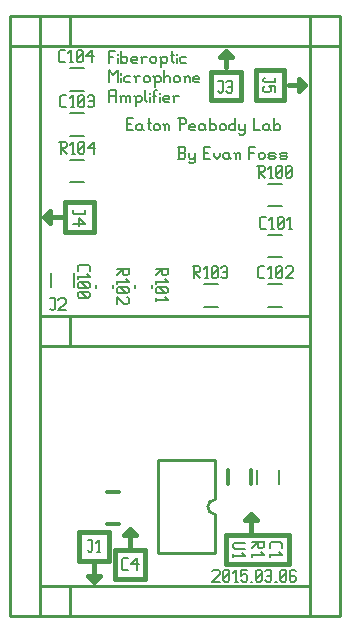
<source format=gbr>
G04 start of page 7 for group -4079 idx -4079 *
G04 Title: (unknown), topsilk *
G04 Creator: pcb 20140316 *
G04 CreationDate: Fri 06 Mar 2015 03:56:01 PM GMT UTC *
G04 For: fosse *
G04 Format: Gerber/RS-274X *
G04 PCB-Dimensions (mil): 2250.00 2150.00 *
G04 PCB-Coordinate-Origin: lower left *
%MOIN*%
%FSLAX25Y25*%
%LNTOPSILK*%
%ADD68C,0.0100*%
%ADD67C,0.0080*%
%ADD66C,0.0130*%
%ADD65C,0.0060*%
%ADD64C,0.0150*%
G54D64*X98500Y37500D02*X77500D01*
Y28000D02*Y37500D01*
X98500Y28000D02*X77500D01*
X98500Y37500D02*Y28000D01*
X84000Y42500D02*X86000Y44500D01*
X88000Y42500D02*X84000D01*
X86000Y44500D02*X88000Y42500D01*
X86000Y39000D02*Y44500D01*
X102000Y189500D02*X104000Y187500D01*
X102000Y189500D02*Y185500D01*
X97000Y192500D02*Y182500D01*
X87500Y192500D02*X97000D01*
X87500Y182500D02*X97000D01*
X104000Y187500D02*X102000Y185500D01*
X98500Y187500D02*X104000D01*
X87500Y192500D02*Y182500D01*
X75500Y197000D02*X79500D01*
X77500Y199000D02*X79500Y197000D01*
X82500Y192000D02*Y182500D01*
X72500Y192000D02*X82500D01*
X75500Y197000D02*X77500Y199000D01*
Y193500D01*
X72500Y192000D02*Y182500D01*
X82500D01*
X19000Y141500D02*X17000Y143500D01*
X19000Y145500D02*Y141500D01*
X17000Y143500D02*X19000Y145500D01*
X17000Y143500D02*X22500D01*
X24000Y148500D02*Y138500D01*
X33500D01*
Y148500D02*Y138500D01*
X24000Y148500D02*X33500D01*
X50500Y32500D02*Y23000D01*
X40500D01*
Y32500D01*
X50500D02*X40500D01*
X45500Y34000D02*Y39500D01*
X47500Y37500D01*
X43500D01*
X45500Y39500D01*
X38500Y38500D02*Y29000D01*
X35500Y24000D02*X33500Y22000D01*
Y27500D02*Y22000D01*
X31500Y24000D02*X35500D01*
X28500Y29000D02*X38500D01*
X28500Y38500D02*X38500D01*
X28500D02*Y29000D01*
X33500Y22000D02*X31500Y24000D01*
G54D65*X44500Y174500D02*X46000D01*
X44500Y172500D02*X46500D01*
X44500Y176500D02*Y172500D01*
Y176500D02*X46500D01*
X49200Y174500D02*X49700Y174000D01*
X48200Y174500D02*X49200D01*
X47700Y174000D02*X48200Y174500D01*
X47700Y174000D02*Y173000D01*
X48200Y172500D01*
X49700Y174500D02*Y173000D01*
X50200Y172500D01*
X48200D02*X49200D01*
X49700Y173000D01*
X51900Y176500D02*Y173000D01*
X52400Y172500D01*
X51400Y175000D02*X52400D01*
X53400Y174000D02*Y173000D01*
Y174000D02*X53900Y174500D01*
X54900D01*
X55400Y174000D01*
Y173000D01*
X54900Y172500D02*X55400Y173000D01*
X53900Y172500D02*X54900D01*
X53400Y173000D02*X53900Y172500D01*
X57100Y174000D02*Y172500D01*
Y174000D02*X57600Y174500D01*
X58100D01*
X58600Y174000D01*
Y172500D01*
X56600Y174500D02*X57100Y174000D01*
X62100Y176500D02*Y172500D01*
X61600Y176500D02*X63600D01*
X64100Y176000D01*
Y175000D01*
X63600Y174500D02*X64100Y175000D01*
X62100Y174500D02*X63600D01*
X65800Y172500D02*X67300D01*
X65300Y173000D02*X65800Y172500D01*
X65300Y174000D02*Y173000D01*
Y174000D02*X65800Y174500D01*
X66800D01*
X67300Y174000D01*
X65300Y173500D02*X67300D01*
Y174000D02*Y173500D01*
X70000Y174500D02*X70500Y174000D01*
X69000Y174500D02*X70000D01*
X68500Y174000D02*X69000Y174500D01*
X68500Y174000D02*Y173000D01*
X69000Y172500D01*
X70500Y174500D02*Y173000D01*
X71000Y172500D01*
X69000D02*X70000D01*
X70500Y173000D01*
X72200Y176500D02*Y172500D01*
Y173000D02*X72700Y172500D01*
X73700D01*
X74200Y173000D01*
Y174000D02*Y173000D01*
X73700Y174500D02*X74200Y174000D01*
X72700Y174500D02*X73700D01*
X72200Y174000D02*X72700Y174500D01*
X75400Y174000D02*Y173000D01*
Y174000D02*X75900Y174500D01*
X76900D01*
X77400Y174000D01*
Y173000D01*
X76900Y172500D02*X77400Y173000D01*
X75900Y172500D02*X76900D01*
X75400Y173000D02*X75900Y172500D01*
X80600Y176500D02*Y172500D01*
X80100D02*X80600Y173000D01*
X79100Y172500D02*X80100D01*
X78600Y173000D02*X79100Y172500D01*
X78600Y174000D02*Y173000D01*
Y174000D02*X79100Y174500D01*
X80100D01*
X80600Y174000D01*
X81800Y174500D02*Y173000D01*
X82300Y172500D01*
X83800Y174500D02*Y171500D01*
X83300Y171000D02*X83800Y171500D01*
X82300Y171000D02*X83300D01*
X81800Y171500D02*X82300Y171000D01*
Y172500D02*X83300D01*
X83800Y173000D01*
X86800Y176500D02*Y172500D01*
X88800D01*
X91500Y174500D02*X92000Y174000D01*
X90500Y174500D02*X91500D01*
X90000Y174000D02*X90500Y174500D01*
X90000Y174000D02*Y173000D01*
X90500Y172500D01*
X92000Y174500D02*Y173000D01*
X92500Y172500D01*
X90500D02*X91500D01*
X92000Y173000D01*
X93700Y176500D02*Y172500D01*
Y173000D02*X94200Y172500D01*
X95200D01*
X95700Y173000D01*
Y174000D02*Y173000D01*
X95200Y174500D02*X95700Y174000D01*
X94200Y174500D02*X95200D01*
X93700Y174000D02*X94200Y174500D01*
X61500Y163000D02*X63500D01*
X64000Y163500D01*
Y164500D02*Y163500D01*
X63500Y165000D02*X64000Y164500D01*
X62000Y165000D02*X63500D01*
X62000Y167000D02*Y163000D01*
X61500Y167000D02*X63500D01*
X64000Y166500D01*
Y165500D01*
X63500Y165000D02*X64000Y165500D01*
X65200Y165000D02*Y163500D01*
X65700Y163000D01*
X67200Y165000D02*Y162000D01*
X66700Y161500D02*X67200Y162000D01*
X65700Y161500D02*X66700D01*
X65200Y162000D02*X65700Y161500D01*
Y163000D02*X66700D01*
X67200Y163500D01*
X70200Y165000D02*X71700D01*
X70200Y163000D02*X72200D01*
X70200Y167000D02*Y163000D01*
Y167000D02*X72200D01*
X73400Y165000D02*Y164000D01*
X74400Y163000D01*
X75400Y164000D01*
Y165000D02*Y164000D01*
X78100Y165000D02*X78600Y164500D01*
X77100Y165000D02*X78100D01*
X76600Y164500D02*X77100Y165000D01*
X76600Y164500D02*Y163500D01*
X77100Y163000D01*
X78600Y165000D02*Y163500D01*
X79100Y163000D01*
X77100D02*X78100D01*
X78600Y163500D01*
X80800Y164500D02*Y163000D01*
Y164500D02*X81300Y165000D01*
X81800D01*
X82300Y164500D01*
Y163000D01*
X80300Y165000D02*X80800Y164500D01*
X85300Y167000D02*Y163000D01*
Y167000D02*X87300D01*
X85300Y165000D02*X86800D01*
X88500Y164500D02*Y163500D01*
Y164500D02*X89000Y165000D01*
X90000D01*
X90500Y164500D01*
Y163500D01*
X90000Y163000D02*X90500Y163500D01*
X89000Y163000D02*X90000D01*
X88500Y163500D02*X89000Y163000D01*
X92200D02*X93700D01*
X94200Y163500D01*
X93700Y164000D02*X94200Y163500D01*
X92200Y164000D02*X93700D01*
X91700Y164500D02*X92200Y164000D01*
X91700Y164500D02*X92200Y165000D01*
X93700D01*
X94200Y164500D01*
X91700Y163500D02*X92200Y163000D01*
X95900D02*X97400D01*
X97900Y163500D01*
X97400Y164000D02*X97900Y163500D01*
X95900Y164000D02*X97400D01*
X95400Y164500D02*X95900Y164000D01*
X95400Y164500D02*X95900Y165000D01*
X97400D01*
X97900Y164500D01*
X95400Y163500D02*X95900Y163000D01*
X38500Y199000D02*Y195000D01*
Y199000D02*X40500D01*
X38500Y197000D02*X40000D01*
X41700Y198000D02*Y197500D01*
Y196500D02*Y195000D01*
X42700Y199000D02*Y195000D01*
Y195500D02*X43200Y195000D01*
X44200D01*
X44700Y195500D01*
Y196500D02*Y195500D01*
X44200Y197000D02*X44700Y196500D01*
X43200Y197000D02*X44200D01*
X42700Y196500D02*X43200Y197000D01*
X46400Y195000D02*X47900D01*
X45900Y195500D02*X46400Y195000D01*
X45900Y196500D02*Y195500D01*
Y196500D02*X46400Y197000D01*
X47400D01*
X47900Y196500D01*
X45900Y196000D02*X47900D01*
Y196500D02*Y196000D01*
X49600Y196500D02*Y195000D01*
Y196500D02*X50100Y197000D01*
X51100D01*
X49100D02*X49600Y196500D01*
X52300D02*Y195500D01*
Y196500D02*X52800Y197000D01*
X53800D01*
X54300Y196500D01*
Y195500D01*
X53800Y195000D02*X54300Y195500D01*
X52800Y195000D02*X53800D01*
X52300Y195500D02*X52800Y195000D01*
X56000Y196500D02*Y193500D01*
X55500Y197000D02*X56000Y196500D01*
X56500Y197000D01*
X57500D01*
X58000Y196500D01*
Y195500D01*
X57500Y195000D02*X58000Y195500D01*
X56500Y195000D02*X57500D01*
X56000Y195500D02*X56500Y195000D01*
X59700Y199000D02*Y195500D01*
X60200Y195000D01*
X59200Y197500D02*X60200D01*
X61200Y198000D02*Y197500D01*
Y196500D02*Y195000D01*
X62700Y197000D02*X64200D01*
X62200Y196500D02*X62700Y197000D01*
X62200Y196500D02*Y195500D01*
X62700Y195000D01*
X64200D01*
X38500Y192500D02*Y188500D01*
Y192500D02*X40000Y191000D01*
X41500Y192500D01*
Y188500D01*
X42700Y191500D02*Y191000D01*
Y190000D02*Y188500D01*
X44200Y190500D02*X45700D01*
X43700Y190000D02*X44200Y190500D01*
X43700Y190000D02*Y189000D01*
X44200Y188500D01*
X45700D01*
X47400Y190000D02*Y188500D01*
Y190000D02*X47900Y190500D01*
X48900D01*
X46900D02*X47400Y190000D01*
X50100D02*Y189000D01*
Y190000D02*X50600Y190500D01*
X51600D01*
X52100Y190000D01*
Y189000D01*
X51600Y188500D02*X52100Y189000D01*
X50600Y188500D02*X51600D01*
X50100Y189000D02*X50600Y188500D01*
X53800Y190000D02*Y187000D01*
X53300Y190500D02*X53800Y190000D01*
X54300Y190500D01*
X55300D01*
X55800Y190000D01*
Y189000D01*
X55300Y188500D02*X55800Y189000D01*
X54300Y188500D02*X55300D01*
X53800Y189000D02*X54300Y188500D01*
X57000Y192500D02*Y188500D01*
Y190000D02*X57500Y190500D01*
X58500D01*
X59000Y190000D01*
Y188500D01*
X60200Y190000D02*Y189000D01*
Y190000D02*X60700Y190500D01*
X61700D01*
X62200Y190000D01*
Y189000D01*
X61700Y188500D02*X62200Y189000D01*
X60700Y188500D02*X61700D01*
X60200Y189000D02*X60700Y188500D01*
X63900Y190000D02*Y188500D01*
Y190000D02*X64400Y190500D01*
X64900D01*
X65400Y190000D01*
Y188500D01*
X63400Y190500D02*X63900Y190000D01*
X67100Y188500D02*X68600D01*
X66600Y189000D02*X67100Y188500D01*
X66600Y190000D02*Y189000D01*
Y190000D02*X67100Y190500D01*
X68100D01*
X68600Y190000D01*
X66600Y189500D02*X68600D01*
Y190000D02*Y189500D01*
X38500Y185500D02*Y182000D01*
Y185500D02*X39000Y186000D01*
X40500D01*
X41000Y185500D01*
Y182000D01*
X38500Y184000D02*X41000D01*
X42700Y183500D02*Y182000D01*
Y183500D02*X43200Y184000D01*
X43700D01*
X44200Y183500D01*
Y182000D01*
Y183500D02*X44700Y184000D01*
X45200D01*
X45700Y183500D01*
Y182000D01*
X42200Y184000D02*X42700Y183500D01*
X47400D02*Y180500D01*
X46900Y184000D02*X47400Y183500D01*
X47900Y184000D01*
X48900D01*
X49400Y183500D01*
Y182500D01*
X48900Y182000D02*X49400Y182500D01*
X47900Y182000D02*X48900D01*
X47400Y182500D02*X47900Y182000D01*
X50600Y186000D02*Y182500D01*
X51100Y182000D01*
X52100Y185000D02*Y184500D01*
Y183500D02*Y182000D01*
X53600Y185500D02*Y182000D01*
Y185500D02*X54100Y186000D01*
X54600D01*
X53100Y184000D02*X54100D01*
X55600Y185000D02*Y184500D01*
Y183500D02*Y182000D01*
X57100D02*X58600D01*
X56600Y182500D02*X57100Y182000D01*
X56600Y183500D02*Y182500D01*
Y183500D02*X57100Y184000D01*
X58100D01*
X58600Y183500D01*
X56600Y183000D02*X58600D01*
Y183500D02*Y183000D01*
X60300Y183500D02*Y182000D01*
Y183500D02*X60800Y184000D01*
X61800D01*
X59800D02*X60300Y183500D01*
X73000Y25500D02*X73500Y26000D01*
X75000D01*
X75500Y25500D01*
Y24500D01*
X73000Y22000D02*X75500Y24500D01*
X73000Y22000D02*X75500D01*
X76700Y22500D02*X77200Y22000D01*
X76700Y25500D02*Y22500D01*
Y25500D02*X77200Y26000D01*
X78200D01*
X78700Y25500D01*
Y22500D01*
X78200Y22000D02*X78700Y22500D01*
X77200Y22000D02*X78200D01*
X76700Y23000D02*X78700Y25000D01*
X80400Y22000D02*X81400D01*
X80900Y26000D02*Y22000D01*
X79900Y25000D02*X80900Y26000D01*
X82600D02*X84600D01*
X82600D02*Y24000D01*
X83100Y24500D01*
X84100D01*
X84600Y24000D01*
Y22500D01*
X84100Y22000D02*X84600Y22500D01*
X83100Y22000D02*X84100D01*
X82600Y22500D02*X83100Y22000D01*
X85800D02*X86300D01*
X87500Y22500D02*X88000Y22000D01*
X87500Y25500D02*Y22500D01*
Y25500D02*X88000Y26000D01*
X89000D01*
X89500Y25500D01*
Y22500D01*
X89000Y22000D02*X89500Y22500D01*
X88000Y22000D02*X89000D01*
X87500Y23000D02*X89500Y25000D01*
X90700Y25500D02*X91200Y26000D01*
X92200D01*
X92700Y25500D01*
Y22500D01*
X92200Y22000D02*X92700Y22500D01*
X91200Y22000D02*X92200D01*
X90700Y22500D02*X91200Y22000D01*
Y24000D02*X92700D01*
X93900Y22000D02*X94400D01*
X95600Y22500D02*X96100Y22000D01*
X95600Y25500D02*Y22500D01*
Y25500D02*X96100Y26000D01*
X97100D01*
X97600Y25500D01*
Y22500D01*
X97100Y22000D02*X97600Y22500D01*
X96100Y22000D02*X97100D01*
X95600Y23000D02*X97600Y25000D01*
X100300Y26000D02*X100800Y25500D01*
X99300Y26000D02*X100300D01*
X98800Y25500D02*X99300Y26000D01*
X98800Y25500D02*Y22500D01*
X99300Y22000D01*
X100300Y24000D02*X100800Y23500D01*
X98800Y24000D02*X100300D01*
X99300Y22000D02*X100300D01*
X100800Y22500D01*
Y23500D02*Y22500D01*
G54D66*X78260Y59371D02*Y54647D01*
X85740Y59371D02*Y54647D01*
G54D67*X95240Y59362D02*Y54638D01*
X87760Y59362D02*Y54638D01*
G54D66*X38032Y41436D02*X41968D01*
X38032Y52064D02*X41968D01*
G54D68*X74000Y44500D02*Y31500D01*
Y62500D02*Y49500D01*
X55000Y31500D02*X74000D01*
X55000Y62500D02*Y31500D01*
Y62500D02*X74000D01*
Y49500D02*G75*G03X74000Y44500I0J-2500D01*G01*
G54D67*X26740Y124957D02*Y120233D01*
X19260Y124957D02*Y120233D01*
X39755Y120893D02*Y120107D01*
X34245Y120893D02*Y120107D01*
X52755Y120893D02*Y120107D01*
X47245Y120893D02*Y120107D01*
X91638Y121240D02*X96362D01*
X91638Y113760D02*X96362D01*
X70138Y121240D02*X74862D01*
X70138Y113760D02*X74862D01*
X91638Y137740D02*X96362D01*
X91638Y130260D02*X96362D01*
X91638Y154740D02*X96362D01*
X91638Y147260D02*X96362D01*
G54D68*X105500Y210500D02*Y10500D01*
X115500D01*
Y210500D01*
X105500D01*
Y200500D02*X115500D01*
Y210500D01*
G54D67*X25638Y178240D02*X30362D01*
X25638Y170760D02*X30362D01*
X25638Y162740D02*X30362D01*
X25638Y155260D02*X30362D01*
G54D68*X5500Y210500D02*Y10500D01*
X15500D01*
Y210500D01*
X5500D01*
Y200500D02*X15500D01*
Y210500D01*
G54D67*X25638Y193240D02*X30362D01*
X25638Y185760D02*X30362D01*
G54D68*X15500Y200500D02*X105500D01*
Y210500D02*Y200500D01*
X15500Y210500D02*X105500D01*
X15500D02*Y200500D01*
X25500Y210500D02*Y200500D01*
X15500Y210500D02*X25500D01*
X15500Y100500D02*X105500D01*
Y110500D02*Y100500D01*
X15500Y110500D02*X105500D01*
X15500D02*Y100500D01*
X25500Y110500D02*Y100500D01*
X15500Y110500D02*X25500D01*
X15500Y10500D02*X105500D01*
Y20500D02*Y10500D01*
X15500Y20500D02*X105500D01*
X15500D02*Y10500D01*
X25500Y20500D02*Y10500D01*
X15500Y20500D02*X25500D01*
G54D65*X90150Y35659D02*Y33659D01*
X89650Y33159D01*
X88650D02*X89650D01*
X88150Y33659D02*X88650Y33159D01*
X88150Y35159D02*Y33659D01*
X86150Y35159D02*X90150D01*
X88150D02*X86150Y33159D01*
Y31459D02*Y30459D01*
Y30959D02*X90150D01*
X89150Y31959D02*X90150Y30959D01*
X92150Y34650D02*Y33150D01*
X92650Y35150D02*X92150Y34650D01*
X92650Y35150D02*X95650D01*
X96150Y34650D01*
Y33150D01*
X92150Y31450D02*Y30450D01*
Y30950D02*X96150D01*
X95150Y31950D02*X96150Y30950D01*
X80500Y35000D02*X84000D01*
X80500D02*X80000Y34500D01*
Y33500D01*
X80500Y33000D01*
X84000D01*
X80000Y31300D02*Y30300D01*
Y30800D02*X84000D01*
X83000Y31800D02*X84000Y30800D01*
X43255Y25900D02*X44755D01*
X42755Y26400D02*X43255Y25900D01*
X42755Y29400D02*Y26400D01*
Y29400D02*X43255Y29900D01*
X44755D01*
X45955Y27900D02*X47955Y29900D01*
X45955Y27900D02*X48455D01*
X47955Y29900D02*Y25900D01*
X31500Y36000D02*X33000D01*
Y32500D01*
X32500Y32000D02*X33000Y32500D01*
X32000Y32000D02*X32500D01*
X31500Y32500D02*X32000Y32000D01*
X34700D02*X35700D01*
X35200Y36000D02*Y32000D01*
X34200Y35000D02*X35200Y36000D01*
X89350Y139650D02*X90850D01*
X88850Y140150D02*X89350Y139650D01*
X88850Y143150D02*Y140150D01*
Y143150D02*X89350Y143650D01*
X90850D01*
X92550Y139650D02*X93550D01*
X93050Y143650D02*Y139650D01*
X92050Y142650D02*X93050Y143650D01*
X94750Y140150D02*X95250Y139650D01*
X94750Y143150D02*Y140150D01*
Y143150D02*X95250Y143650D01*
X96250D01*
X96750Y143150D01*
Y140150D01*
X96250Y139650D02*X96750Y140150D01*
X95250Y139650D02*X96250D01*
X94750Y140650D02*X96750Y142650D01*
X98450Y139650D02*X99450D01*
X98950Y143650D02*Y139650D01*
X97950Y142650D02*X98950Y143650D01*
X87945Y160650D02*X89945D01*
X90445Y160150D01*
Y159150D01*
X89945Y158650D02*X90445Y159150D01*
X88445Y158650D02*X89945D01*
X88445Y160650D02*Y156650D01*
Y158650D02*X90445Y156650D01*
X92145D02*X93145D01*
X92645Y160650D02*Y156650D01*
X91645Y159650D02*X92645Y160650D01*
X94345Y157150D02*X94845Y156650D01*
X94345Y160150D02*Y157150D01*
Y160150D02*X94845Y160650D01*
X95845D01*
X96345Y160150D01*
Y157150D01*
X95845Y156650D02*X96345Y157150D01*
X94845Y156650D02*X95845D01*
X94345Y157650D02*X96345Y159650D01*
X97545Y157150D02*X98045Y156650D01*
X97545Y160150D02*Y157150D01*
Y160150D02*X98045Y160650D01*
X99045D01*
X99545Y160150D01*
Y157150D01*
X99045Y156650D02*X99545Y157150D01*
X98045Y156650D02*X99045D01*
X97545Y157650D02*X99545Y159650D01*
X94000Y190000D02*Y188500D01*
X90500D02*X94000D01*
X90000Y189000D02*X90500Y188500D01*
X90000Y189500D02*Y189000D01*
X90500Y190000D02*X90000Y189500D01*
X94000Y187300D02*Y185300D01*
X92000Y187300D02*X94000D01*
X92000D02*X92500Y186800D01*
Y185800D01*
X92000Y185300D01*
X90500D02*X92000D01*
X90000Y185800D02*X90500Y185300D01*
X90000Y186800D02*Y185800D01*
X90500Y187300D02*X90000Y186800D01*
X75000Y189000D02*X76500D01*
Y185500D01*
X76000Y185000D02*X76500Y185500D01*
X75500Y185000D02*X76000D01*
X75000Y185500D02*X75500Y185000D01*
X77700Y188500D02*X78200Y189000D01*
X79200D01*
X79700Y188500D01*
Y185500D01*
X79200Y185000D02*X79700Y185500D01*
X78200Y185000D02*X79200D01*
X77700Y185500D02*X78200Y185000D01*
Y187000D02*X79700D01*
X88850Y123150D02*X90350D01*
X88350Y123650D02*X88850Y123150D01*
X88350Y126650D02*Y123650D01*
Y126650D02*X88850Y127150D01*
X90350D01*
X92050Y123150D02*X93050D01*
X92550Y127150D02*Y123150D01*
X91550Y126150D02*X92550Y127150D01*
X94250Y123650D02*X94750Y123150D01*
X94250Y126650D02*Y123650D01*
Y126650D02*X94750Y127150D01*
X95750D01*
X96250Y126650D01*
Y123650D01*
X95750Y123150D02*X96250Y123650D01*
X94750Y123150D02*X95750D01*
X94250Y124150D02*X96250Y126150D01*
X97450Y126650D02*X97950Y127150D01*
X99450D01*
X99950Y126650D01*
Y125650D01*
X97450Y123150D02*X99950Y125650D01*
X97450Y123150D02*X99950D01*
X66445Y127150D02*X68445D01*
X68945Y126650D01*
Y125650D01*
X68445Y125150D02*X68945Y125650D01*
X66945Y125150D02*X68445D01*
X66945Y127150D02*Y123150D01*
Y125150D02*X68945Y123150D01*
X70645D02*X71645D01*
X71145Y127150D02*Y123150D01*
X70145Y126150D02*X71145Y127150D01*
X72845Y123650D02*X73345Y123150D01*
X72845Y126650D02*Y123650D01*
Y126650D02*X73345Y127150D01*
X74345D01*
X74845Y126650D01*
Y123650D01*
X74345Y123150D02*X74845Y123650D01*
X73345Y123150D02*X74345D01*
X72845Y124150D02*X74845Y126150D01*
X76045Y126650D02*X76545Y127150D01*
X77545D01*
X78045Y126650D01*
Y123650D01*
X77545Y123150D02*X78045Y123650D01*
X76545Y123150D02*X77545D01*
X76045Y123650D02*X76545Y123150D01*
Y125150D02*X78045D01*
X22850Y180150D02*X24350D01*
X22350Y180650D02*X22850Y180150D01*
X22350Y183650D02*Y180650D01*
Y183650D02*X22850Y184150D01*
X24350D01*
X26050Y180150D02*X27050D01*
X26550Y184150D02*Y180150D01*
X25550Y183150D02*X26550Y184150D01*
X28250Y180650D02*X28750Y180150D01*
X28250Y183650D02*Y180650D01*
Y183650D02*X28750Y184150D01*
X29750D01*
X30250Y183650D01*
Y180650D01*
X29750Y180150D02*X30250Y180650D01*
X28750Y180150D02*X29750D01*
X28250Y181150D02*X30250Y183150D01*
X31450Y183650D02*X31950Y184150D01*
X32950D01*
X33450Y183650D01*
Y180650D01*
X32950Y180150D02*X33450Y180650D01*
X31950Y180150D02*X32950D01*
X31450Y180650D02*X31950Y180150D01*
Y182150D02*X33450D01*
X21945Y168650D02*X23945D01*
X24445Y168150D01*
Y167150D01*
X23945Y166650D02*X24445Y167150D01*
X22445Y166650D02*X23945D01*
X22445Y168650D02*Y164650D01*
Y166650D02*X24445Y164650D01*
X26145D02*X27145D01*
X26645Y168650D02*Y164650D01*
X25645Y167650D02*X26645Y168650D01*
X28345Y165150D02*X28845Y164650D01*
X28345Y168150D02*Y165150D01*
Y168150D02*X28845Y168650D01*
X29845D01*
X30345Y168150D01*
Y165150D01*
X29845Y164650D02*X30345Y165150D01*
X28845Y164650D02*X29845D01*
X28345Y165650D02*X30345Y167650D01*
X31545Y166650D02*X33545Y168650D01*
X31545Y166650D02*X34045D01*
X33545Y168650D02*Y164650D01*
X30500Y146000D02*Y144500D01*
X27000D02*X30500D01*
X26500Y145000D02*X27000Y144500D01*
X26500Y145500D02*Y145000D01*
X27000Y146000D02*X26500Y145500D01*
X28500Y143300D02*X30500Y141300D01*
X28500Y143300D02*Y140800D01*
X26500Y141300D02*X30500D01*
X22350Y195150D02*X23850D01*
X21850Y195650D02*X22350Y195150D01*
X21850Y198650D02*Y195650D01*
Y198650D02*X22350Y199150D01*
X23850D01*
X25550Y195150D02*X26550D01*
X26050Y199150D02*Y195150D01*
X25050Y198150D02*X26050Y199150D01*
X27750Y195650D02*X28250Y195150D01*
X27750Y198650D02*Y195650D01*
Y198650D02*X28250Y199150D01*
X29250D01*
X29750Y198650D01*
Y195650D01*
X29250Y195150D02*X29750Y195650D01*
X28250Y195150D02*X29250D01*
X27750Y196150D02*X29750Y198150D01*
X30950Y197150D02*X32950Y199150D01*
X30950Y197150D02*X33450D01*
X32950Y199150D02*Y195150D01*
X28150Y127245D02*Y125745D01*
X28650Y127745D02*X28150Y127245D01*
X28650Y127745D02*X31650D01*
X32150Y127245D01*
Y125745D01*
X28150Y124045D02*Y123045D01*
Y123545D02*X32150D01*
X31150Y124545D02*X32150Y123545D01*
X28650Y121845D02*X28150Y121345D01*
X28650Y121845D02*X31650D01*
X32150Y121345D01*
Y120345D01*
X31650Y119845D01*
X28650D02*X31650D01*
X28150Y120345D02*X28650Y119845D01*
X28150Y121345D02*Y120345D01*
X29150Y121845D02*X31150Y119845D01*
X28650Y118645D02*X28150Y118145D01*
X28650Y118645D02*X31650D01*
X32150Y118145D01*
Y117145D01*
X31650Y116645D01*
X28650D02*X31650D01*
X28150Y117145D02*X28650Y116645D01*
X28150Y118145D02*Y117145D01*
X29150Y118645D02*X31150Y116645D01*
X45150Y126650D02*Y124650D01*
X44650Y124150D01*
X43650D02*X44650D01*
X43150Y124650D02*X43650Y124150D01*
X43150Y126150D02*Y124650D01*
X41150Y126150D02*X45150D01*
X43150D02*X41150Y124150D01*
Y122450D02*Y121450D01*
Y121950D02*X45150D01*
X44150Y122950D02*X45150Y121950D01*
X41650Y120250D02*X41150Y119750D01*
X41650Y120250D02*X44650D01*
X45150Y119750D01*
Y118750D01*
X44650Y118250D01*
X41650D02*X44650D01*
X41150Y118750D02*X41650Y118250D01*
X41150Y119750D02*Y118750D01*
X42150Y120250D02*X44150Y118250D01*
X44650Y117050D02*X45150Y116550D01*
Y115050D01*
X44650Y114550D01*
X43650D02*X44650D01*
X41150Y117050D02*X43650Y114550D01*
X41150Y117050D02*Y114550D01*
X58150Y126650D02*Y124650D01*
X57650Y124150D01*
X56650D02*X57650D01*
X56150Y124650D02*X56650Y124150D01*
X56150Y126150D02*Y124650D01*
X54150Y126150D02*X58150D01*
X56150D02*X54150Y124150D01*
Y122450D02*Y121450D01*
Y121950D02*X58150D01*
X57150Y122950D02*X58150Y121950D01*
X54650Y120250D02*X54150Y119750D01*
X54650Y120250D02*X57650D01*
X58150Y119750D01*
Y118750D01*
X57650Y118250D01*
X54650D02*X57650D01*
X54150Y118750D02*X54650Y118250D01*
X54150Y119750D02*Y118750D01*
X55150Y120250D02*X57150Y118250D01*
X54150Y116550D02*Y115550D01*
Y116050D02*X58150D01*
X57150Y117050D02*X58150Y116050D01*
X19000Y116500D02*X20500D01*
Y113000D01*
X20000Y112500D02*X20500Y113000D01*
X19500Y112500D02*X20000D01*
X19000Y113000D02*X19500Y112500D01*
X21700Y116000D02*X22200Y116500D01*
X23700D01*
X24200Y116000D01*
Y115000D01*
X21700Y112500D02*X24200Y115000D01*
X21700Y112500D02*X24200D01*
M02*

</source>
